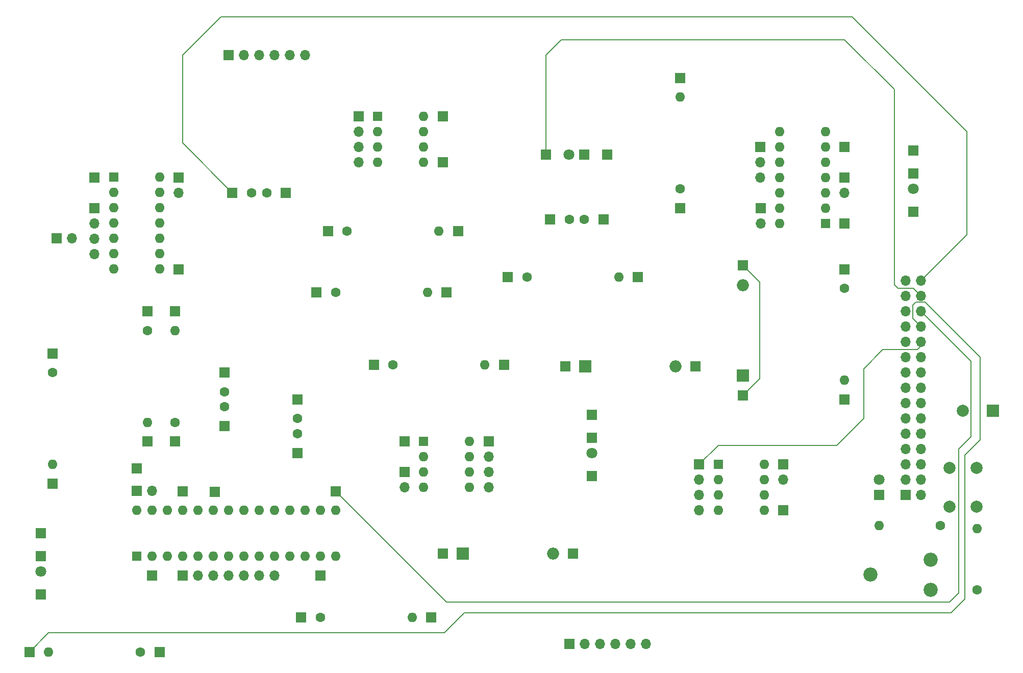
<source format=gbr>
%TF.GenerationSoftware,KiCad,Pcbnew,(6.0.5)*%
%TF.CreationDate,2022-06-11T19:23:14+02:00*%
%TF.ProjectId,advanced,61647661-6e63-4656-942e-6b696361645f,rev?*%
%TF.SameCoordinates,Original*%
%TF.FileFunction,Copper,L2,Bot*%
%TF.FilePolarity,Positive*%
%FSLAX46Y46*%
G04 Gerber Fmt 4.6, Leading zero omitted, Abs format (unit mm)*
G04 Created by KiCad (PCBNEW (6.0.5)) date 2022-06-11 19:23:14*
%MOMM*%
%LPD*%
G01*
G04 APERTURE LIST*
%TA.AperFunction,ComponentPad*%
%ADD10R,1.700000X1.700000*%
%TD*%
%TA.AperFunction,ComponentPad*%
%ADD11O,1.700000X1.700000*%
%TD*%
%TA.AperFunction,ComponentPad*%
%ADD12C,1.600000*%
%TD*%
%TA.AperFunction,ComponentPad*%
%ADD13O,1.600000X1.600000*%
%TD*%
%TA.AperFunction,ComponentPad*%
%ADD14R,1.600000X1.600000*%
%TD*%
%TA.AperFunction,ComponentPad*%
%ADD15C,2.000000*%
%TD*%
%TA.AperFunction,ComponentPad*%
%ADD16R,2.000000X2.000000*%
%TD*%
%TA.AperFunction,ComponentPad*%
%ADD17O,2.000000X2.000000*%
%TD*%
%TA.AperFunction,ComponentPad*%
%ADD18R,1.800000X1.800000*%
%TD*%
%TA.AperFunction,ComponentPad*%
%ADD19C,1.800000*%
%TD*%
%TA.AperFunction,ComponentPad*%
%ADD20C,2.340000*%
%TD*%
%TA.AperFunction,Conductor*%
%ADD21C,0.200000*%
%TD*%
G04 APERTURE END LIST*
D10*
%TO.P, ,1*%
%TO.N,N/C*%
X247015000Y-82550000D03*
%TD*%
%TO.P, ,1*%
%TO.N,N/C*%
X208280000Y-81915000D03*
%TD*%
%TO.P, ,1*%
%TO.N,N/C*%
X162560000Y-120650000D03*
%TD*%
%TO.P,REF\u002A\u002A,1*%
%TO.N,N/C*%
X189890000Y-154280000D03*
D11*
%TO.P,REF\u002A\u002A,2*%
X192430000Y-154280000D03*
%TO.P,REF\u002A\u002A,3*%
X194970000Y-154280000D03*
%TO.P,REF\u002A\u002A,4*%
X197510000Y-154280000D03*
%TO.P,REF\u002A\u002A,5*%
X200050000Y-154280000D03*
%TO.P,REF\u002A\u002A,6*%
X202590000Y-154280000D03*
%TD*%
D10*
%TO.P, ,1*%
%TO.N,N/C*%
X247015000Y-72390000D03*
%TD*%
%TO.P, ,1*%
%TO.N,N/C*%
X179070000Y-107950000D03*
%TD*%
D12*
%TO.P,R1,1*%
%TO.N,Net-(R1-Pad1)*%
X119888000Y-102235000D03*
D13*
%TO.P,R1,2*%
%TO.N,Net-(R1-Pad2)*%
X119888000Y-117475000D03*
%TD*%
D10*
%TO.P, ,1*%
%TO.N,N/C*%
X167005000Y-149860000D03*
%TD*%
%TO.P, ,1*%
%TO.N,N/C*%
X235585000Y-84455000D03*
%TD*%
%TO.P,REF\u002A\u002A,1*%
%TO.N,N/C*%
X133350000Y-56515000D03*
D11*
%TO.P,REF\u002A\u002A,2*%
X135890000Y-56515000D03*
%TO.P,REF\u002A\u002A,3*%
X138430000Y-56515000D03*
%TO.P,REF\u002A\u002A,4*%
X140970000Y-56515000D03*
%TO.P,REF\u002A\u002A,5*%
X143510000Y-56515000D03*
%TO.P,REF\u002A\u002A,6*%
X146050000Y-56515000D03*
%TD*%
D10*
%TO.P, ,1*%
%TO.N,N/C*%
X186670000Y-83820000D03*
%TD*%
%TO.P,REF\u002A\u002A,1*%
%TO.N,N/C*%
X125730000Y-142875000D03*
D11*
%TO.P,REF\u002A\u002A,2*%
X128270000Y-142875000D03*
%TO.P,REF\u002A\u002A,3*%
X130810000Y-142875000D03*
%TO.P,REF\u002A\u002A,4*%
X133350000Y-142875000D03*
%TO.P,REF\u002A\u002A,5*%
X135890000Y-142875000D03*
%TO.P,REF\u002A\u002A,6*%
X138430000Y-142875000D03*
%TO.P,REF\u002A\u002A,7*%
X140970000Y-142875000D03*
%TD*%
D14*
%TO.P,U3,1,~{RESET}/PB5*%
%TO.N,Net-(R9-Pad1)*%
X158125000Y-66685000D03*
D13*
%TO.P,U3,2,PB3*%
%TO.N,Net-(D2-Pad2)*%
X158125000Y-69225000D03*
%TO.P,U3,3,PB4*%
%TO.N,Net-(C2-Pad1)*%
X158125000Y-71765000D03*
%TO.P,U3,4,GND*%
%TO.N,Earth*%
X158125000Y-74305000D03*
%TO.P,U3,5,PB0*%
%TO.N,Net-(C4-Pad2)*%
X165745000Y-74305000D03*
%TO.P,U3,6,PB1*%
%TO.N,unconnected-(U3-Pad6)*%
X165745000Y-71765000D03*
%TO.P,U3,7,PB2*%
%TO.N,unconnected-(U3-Pad7)*%
X165745000Y-69225000D03*
%TO.P,U3,8,VCC*%
%TO.N,+5V*%
X165745000Y-66685000D03*
%TD*%
D12*
%TO.P,R9,1*%
%TO.N,Net-(R9-Pad1)*%
X160655000Y-107950000D03*
D13*
%TO.P,R9,2*%
%TO.N,Net-(C6-Pad1)*%
X175895000Y-107950000D03*
%TD*%
D10*
%TO.P,REF\u002A\u002A,1*%
%TO.N,N/C*%
X221615000Y-71755000D03*
D11*
%TO.P,REF\u002A\u002A,2*%
X221615000Y-74295000D03*
%TO.P,REF\u002A\u002A,3*%
X221615000Y-76835000D03*
%TD*%
D10*
%TO.P, ,1*%
%TO.N,N/C*%
X168910000Y-66675000D03*
%TD*%
%TO.P, ,1*%
%TO.N,N/C*%
X235585000Y-113665000D03*
%TD*%
%TO.P, ,1*%
%TO.N,N/C*%
X124460000Y-120650000D03*
%TD*%
%TO.P, ,1*%
%TO.N,N/C*%
X193675001Y-116204999D03*
%TD*%
%TO.P,REF\u002A\u002A,1*%
%TO.N,N/C*%
X162560000Y-125730000D03*
D11*
%TO.P,REF\u002A\u002A,2*%
X162560000Y-128270000D03*
%TD*%
D15*
%TO.P,RESET,1*%
%TO.N,N/C*%
X257520000Y-125020000D03*
X257520000Y-131520000D03*
%TO.P,RESET,2*%
X253020000Y-125020000D03*
X253020000Y-131520000D03*
%TD*%
D16*
%TO.P,C6,1*%
%TO.N,Net-(C6-Pad1)*%
X192525000Y-108192500D03*
D17*
%TO.P,C6,2*%
%TO.N,Net-(C6-Pad2)*%
X207525000Y-108192500D03*
%TD*%
D10*
%TO.P, ,1*%
%TO.N,N/C*%
X225425000Y-132080000D03*
%TD*%
D18*
%TO.P,LED,1*%
%TO.N,N/C*%
X241300000Y-129540000D03*
D19*
%TO.P,LED,2*%
X241300000Y-127000000D03*
%TD*%
D10*
%TO.P,REF\u002A\u002A,1*%
%TO.N,N/C*%
X211455000Y-124460000D03*
D11*
%TO.P,REF\u002A\u002A,2*%
X211455000Y-127000000D03*
%TO.P,REF\u002A\u002A,3*%
X211455000Y-129540000D03*
%TO.P,REF\u002A\u002A,4*%
X211455000Y-132080000D03*
%TD*%
D10*
%TO.P, ,1*%
%TO.N,N/C*%
X193675001Y-126364999D03*
%TD*%
%TO.P, ,1*%
%TO.N,N/C*%
X148590000Y-142875000D03*
%TD*%
D14*
%TO.P,U5,1,VCC*%
%TO.N,+5V*%
X232400000Y-84460000D03*
D13*
%TO.P,U5,2,XTAL1/PB0*%
%TO.N,unconnected-(U5-Pad2)*%
X232400000Y-81920000D03*
%TO.P,U5,3,XTAL2/PB1*%
%TO.N,Net-(R11-Pad1)*%
X232400000Y-79380000D03*
%TO.P,U5,4,~{RESET}/PB3*%
%TO.N,Net-(C8-Pad2)*%
X232400000Y-76840000D03*
%TO.P,U5,5,PB2*%
%TO.N,unconnected-(U5-Pad5)*%
X232400000Y-74300000D03*
%TO.P,U5,6,PA7*%
%TO.N,Net-(D4-Pad1)*%
X232400000Y-71760000D03*
%TO.P,U5,7,PA6*%
%TO.N,unconnected-(U5-Pad7)*%
X232400000Y-69220000D03*
%TO.P,U5,8,PA5*%
%TO.N,unconnected-(U5-Pad8)*%
X224780000Y-69220000D03*
%TO.P,U5,9,PA4*%
%TO.N,Net-(R10-Pad2)*%
X224780000Y-71760000D03*
%TO.P,U5,10,PA3*%
%TO.N,Net-(R10-Pad1)*%
X224780000Y-74300000D03*
%TO.P,U5,11,PA2*%
%TO.N,Net-(C4-Pad1)*%
X224780000Y-76840000D03*
%TO.P,U5,12,PA1*%
%TO.N,unconnected-(U5-Pad12)*%
X224780000Y-79380000D03*
%TO.P,U5,13,AREF/PA0*%
%TO.N,Net-(D2-Pad1)*%
X224780000Y-81920000D03*
%TO.P,U5,14,GND*%
%TO.N,Earth*%
X224780000Y-84460000D03*
%TD*%
D12*
%TO.P,R3,1*%
%TO.N,Net-(R3-Pad1)*%
X118745000Y-155575000D03*
D13*
%TO.P,R3,2*%
%TO.N,Net-(D1-Pad2)*%
X103505000Y-155575000D03*
%TD*%
D10*
%TO.P, ,1*%
%TO.N,N/C*%
X125095000Y-92075000D03*
%TD*%
D16*
%TO.P,C8,1*%
%TO.N,Net-(C8-Pad1)*%
X218682500Y-109735000D03*
D17*
%TO.P,C8,2*%
%TO.N,Net-(C8-Pad2)*%
X218682500Y-94735000D03*
%TD*%
D10*
%TO.P, ,1*%
%TO.N,N/C*%
X151130000Y-128905000D03*
%TD*%
D12*
%TO.P,R7,1*%
%TO.N,Net-(R5-Pad2)*%
X182880000Y-93345000D03*
D13*
%TO.P,R7,2*%
%TO.N,Net-(R7-Pad2)*%
X198120000Y-93345000D03*
%TD*%
D10*
%TO.P,REF\u002A\u002A,1*%
%TO.N,N/C*%
X154940000Y-66675000D03*
D11*
%TO.P,REF\u002A\u002A,2*%
X154940000Y-69215000D03*
%TO.P,REF\u002A\u002A,3*%
X154940000Y-71755000D03*
%TO.P,REF\u002A\u002A,4*%
X154940000Y-74295000D03*
%TD*%
D10*
%TO.P, ,1*%
%TO.N,N/C*%
X218682500Y-113030000D03*
%TD*%
D14*
%TO.P,U2,1,~{RESET}*%
%TO.N,unconnected-(U2-Pad1)*%
X118120000Y-139690000D03*
D13*
%TO.P,U2,2,PD0*%
%TO.N,Net-(C2-Pad2)*%
X120660000Y-139690000D03*
%TO.P,U2,3,PD1*%
%TO.N,unconnected-(U2-Pad3)*%
X123200000Y-139690000D03*
%TO.P,U2,4,PD2*%
%TO.N,Net-(R6-Pad2)*%
X125740000Y-139690000D03*
%TO.P,U2,5,PD3*%
%TO.N,Net-(C3-Pad2)*%
X128280000Y-139690000D03*
%TO.P,U2,6,PD4*%
%TO.N,Net-(D4-Pad2)*%
X130820000Y-139690000D03*
%TO.P,U2,7,VCC*%
%TO.N,+5V*%
X133360000Y-139690000D03*
%TO.P,U2,8,GND*%
%TO.N,Earth*%
X135900000Y-139690000D03*
%TO.P,U2,9,XTAL1*%
%TO.N,Net-(D1-Pad1)*%
X138440000Y-139690000D03*
%TO.P,U2,10,XTAL2*%
%TO.N,Net-(R3-Pad1)*%
X140980000Y-139690000D03*
%TO.P,U2,11,PD5*%
%TO.N,unconnected-(U2-Pad11)*%
X143520000Y-139690000D03*
%TO.P,U2,12,PD6*%
%TO.N,unconnected-(U2-Pad12)*%
X146060000Y-139690000D03*
%TO.P,U2,13,PD7*%
%TO.N,Net-(R8-Pad1)*%
X148600000Y-139690000D03*
%TO.P,U2,14,PB0*%
%TO.N,unconnected-(U2-Pad14)*%
X151140000Y-139690000D03*
%TO.P,U2,15,PB1*%
%TO.N,Net-(R4-Pad2)*%
X151140000Y-132070000D03*
%TO.P,U2,16,PB2*%
%TO.N,unconnected-(U2-Pad16)*%
X148600000Y-132070000D03*
%TO.P,U2,17,PB3*%
%TO.N,unconnected-(U2-Pad17)*%
X146060000Y-132070000D03*
%TO.P,U2,18,PB4*%
%TO.N,unconnected-(U2-Pad18)*%
X143520000Y-132070000D03*
%TO.P,U2,19,PB5*%
%TO.N,unconnected-(U2-Pad19)*%
X140980000Y-132070000D03*
%TO.P,U2,20,VCC*%
%TO.N,+5V*%
X138440000Y-132070000D03*
%TO.P,U2,21,NC*%
%TO.N,unconnected-(U2-Pad21)*%
X135900000Y-132070000D03*
%TO.P,U2,22,GND*%
%TO.N,Earth*%
X133360000Y-132070000D03*
%TO.P,U2,23,PB6*%
%TO.N,Net-(C1-Pad2)*%
X130820000Y-132070000D03*
%TO.P,U2,24,PB7*%
%TO.N,unconnected-(U2-Pad24)*%
X128280000Y-132070000D03*
%TO.P,U2,25,PA2*%
%TO.N,Net-(R2-Pad1)*%
X125740000Y-132070000D03*
%TO.P,U2,26,PA3*%
%TO.N,unconnected-(U2-Pad26)*%
X123200000Y-132070000D03*
%TO.P,U2,27,PA1*%
%TO.N,Net-(R1-Pad2)*%
X120660000Y-132070000D03*
%TO.P,U2,28,PA0*%
%TO.N,Net-(D1-Pad1)*%
X118120000Y-132070000D03*
%TD*%
D10*
%TO.P, ,1*%
%TO.N,N/C*%
X119888000Y-99060000D03*
%TD*%
D18*
%TO.P,D3,1,K*%
%TO.N,Net-(D3-Pad1)*%
X193675001Y-120014999D03*
D19*
%TO.P,D3,2,A*%
%TO.N,Net-(D3-Pad2)*%
X193675001Y-122554999D03*
%TD*%
D10*
%TO.P, ,1*%
%TO.N,N/C*%
X149860000Y-85725000D03*
%TD*%
%TO.P, ,1*%
%TO.N,N/C*%
X157480000Y-107950000D03*
%TD*%
%TO.P, ,1*%
%TO.N,N/C*%
X201295000Y-93345000D03*
%TD*%
%TO.P,REF\u002A\u002A,1*%
%TO.N,N/C*%
X221640000Y-81935000D03*
D11*
%TO.P,REF\u002A\u002A,2*%
X221640000Y-84475000D03*
%TD*%
D10*
%TO.P, ,1*%
%TO.N,N/C*%
X210820000Y-108192500D03*
%TD*%
%TO.P, ,1*%
%TO.N,N/C*%
X125730000Y-128905000D03*
%TD*%
%TO.P,REF\u002A\u002A,1*%
%TO.N,N/C*%
X111125000Y-81915000D03*
D11*
%TO.P,REF\u002A\u002A,2*%
X111125000Y-84455000D03*
%TO.P,REF\u002A\u002A,3*%
X111125000Y-86995000D03*
%TO.P,REF\u002A\u002A,4*%
X111125000Y-89535000D03*
%TD*%
D10*
%TO.P, ,1*%
%TO.N,N/C*%
X132715000Y-109220000D03*
%TD*%
%TO.P, ,1*%
%TO.N,N/C*%
X133985000Y-79375000D03*
%TD*%
%TO.P, ,1*%
%TO.N,N/C*%
X168910000Y-74295000D03*
%TD*%
D12*
%TO.P,R4,1*%
%TO.N,Net-(C1-Pad1)*%
X151130000Y-95885000D03*
D13*
%TO.P,R4,2*%
%TO.N,Net-(R4-Pad2)*%
X166370000Y-95885000D03*
%TD*%
D10*
%TO.P, ,1*%
%TO.N,N/C*%
X124460000Y-99060000D03*
%TD*%
%TO.P,REF\u002A\u002A,1*%
%TO.N,N/C*%
X176530000Y-120650000D03*
D11*
%TO.P,REF\u002A\u002A,2*%
X176530000Y-123190000D03*
%TO.P,REF\u002A\u002A,3*%
X176530000Y-125730000D03*
%TO.P,REF\u002A\u002A,4*%
X176530000Y-128270000D03*
%TD*%
D12*
%TO.P,C1,1*%
%TO.N,Net-(C1-Pad1)*%
X132715000Y-112395000D03*
%TO.P,C1,2*%
%TO.N,Net-(C1-Pad2)*%
X132715000Y-114895000D03*
%TD*%
D10*
%TO.P, ,1*%
%TO.N,N/C*%
X119888000Y-120650000D03*
%TD*%
D12*
%TO.P,C2,1*%
%TO.N,Net-(C2-Pad1)*%
X144780000Y-116840000D03*
%TO.P,C2,2*%
%TO.N,Net-(C2-Pad2)*%
X144780000Y-119340000D03*
%TD*%
%TO.P,C4,1*%
%TO.N,Net-(C4-Pad1)*%
X192385000Y-83820000D03*
%TO.P,C4,2*%
%TO.N,Net-(C4-Pad2)*%
X189885000Y-83820000D03*
%TD*%
D10*
%TO.P, ,1*%
%TO.N,N/C*%
X235585000Y-71755000D03*
%TD*%
%TO.P, ,1*%
%TO.N,N/C*%
X186055001Y-73024999D03*
%TD*%
%TO.P, ,1*%
%TO.N,N/C*%
X190500000Y-139307500D03*
%TD*%
%TO.P, ,1*%
%TO.N,N/C*%
X218682500Y-91440000D03*
%TD*%
%TO.P, ,1*%
%TO.N,N/C*%
X169545000Y-95885000D03*
%TD*%
%TO.P, ,1*%
%TO.N,N/C*%
X145415000Y-149860000D03*
%TD*%
%TO.P, ,1*%
%TO.N,N/C*%
X208280000Y-60325000D03*
%TD*%
D12*
%TO.P,R (LED),1*%
%TO.N,N/C*%
X251460000Y-134620000D03*
D13*
%TO.P,R (LED),2*%
X241300000Y-134620000D03*
%TD*%
D10*
%TO.P, ,1*%
%TO.N,N/C*%
X147955000Y-95885000D03*
%TD*%
%TO.P, ,1*%
%TO.N,N/C*%
X144780000Y-113665000D03*
%TD*%
%TO.P, ,1*%
%TO.N,N/C*%
X171450000Y-85725000D03*
%TD*%
D18*
%TO.P,D4,1,K*%
%TO.N,Net-(D4-Pad1)*%
X247015000Y-76200000D03*
D19*
%TO.P,D4,2,A*%
%TO.N,Net-(D4-Pad2)*%
X247015000Y-78740000D03*
%TD*%
D20*
%TO.P,REF\u002A\u002A,1*%
%TO.N,N/C*%
X249856000Y-140273000D03*
%TO.P,REF\u002A\u002A,2*%
X239856000Y-142773000D03*
%TO.P,REF\u002A\u002A,3*%
X249856000Y-145273000D03*
%TD*%
D10*
%TO.P, ,1*%
%TO.N,N/C*%
X168910000Y-139307500D03*
%TD*%
%TO.P, ,1*%
%TO.N,N/C*%
X179705000Y-93345000D03*
%TD*%
D18*
%TO.P,D2,1,K*%
%TO.N,Net-(D2-Pad1)*%
X192405001Y-73024999D03*
D19*
%TO.P,D2,2,A*%
%TO.N,Net-(D2-Pad2)*%
X189865001Y-73024999D03*
%TD*%
D12*
%TO.P,R11,1*%
%TO.N,Net-(R11-Pad1)*%
X235585000Y-95250000D03*
D13*
%TO.P,R11,2*%
%TO.N,Net-(R11-Pad2)*%
X235585000Y-110490000D03*
%TD*%
D10*
%TO.P, ,1*%
%TO.N,N/C*%
X120650000Y-142875000D03*
%TD*%
%TO.P,REF\u002A\u002A,1*%
%TO.N,N/C*%
X118130000Y-128880000D03*
D11*
%TO.P,REF\u002A\u002A,2*%
X120670000Y-128880000D03*
%TD*%
D10*
%TO.P, ,1*%
%TO.N,N/C*%
X121920000Y-155575000D03*
%TD*%
D14*
%TO.P,U6,1,~{RESET}/PB5*%
%TO.N,Net-(C6-Pad2)*%
X214640000Y-124470000D03*
D13*
%TO.P,U6,2,XTAL1/PB3*%
%TO.N,Net-(C8-Pad1)*%
X214640000Y-127010000D03*
%TO.P,U6,3,XTAL2/PB4*%
%TO.N,Net-(U4-Pad1)*%
X214640000Y-129550000D03*
%TO.P,U6,4,GND*%
%TO.N,Earth*%
X214640000Y-132090000D03*
%TO.P,U6,5,AREF/PB0*%
%TO.N,Net-(R11-Pad2)*%
X222260000Y-132090000D03*
%TO.P,U6,6,PB1*%
%TO.N,unconnected-(U6-Pad6)*%
X222260000Y-129550000D03*
%TO.P,U6,7,PB2*%
%TO.N,Net-(C5-Pad2)*%
X222260000Y-127010000D03*
%TO.P,U6,8,VCC*%
%TO.N,+5V*%
X222260000Y-124470000D03*
%TD*%
D10*
%TO.P, ,1*%
%TO.N,N/C*%
X100330000Y-155575000D03*
%TD*%
D12*
%TO.P,C3,1*%
%TO.N,Net-(C3-Pad1)*%
X137180000Y-79375000D03*
%TO.P,C3,2*%
%TO.N,Net-(C3-Pad2)*%
X139680000Y-79375000D03*
%TD*%
D16*
%TO.P,C5,1*%
%TO.N,Net-(C5-Pad1)*%
X172205000Y-139307500D03*
D17*
%TO.P,C5,2*%
%TO.N,Net-(C5-Pad2)*%
X187205000Y-139307500D03*
%TD*%
D10*
%TO.P, ,1*%
%TO.N,N/C*%
X144780000Y-122555000D03*
%TD*%
%TO.P,REF\u002A\u002A,1*%
%TO.N,N/C*%
X125095000Y-76835000D03*
D11*
%TO.P,REF\u002A\u002A,2*%
X125095000Y-79375000D03*
%TD*%
D10*
%TO.P, ,1*%
%TO.N,N/C*%
X102235000Y-135885000D03*
%TD*%
%TO.P, ,1*%
%TO.N,N/C*%
X118110000Y-125095000D03*
%TD*%
%TO.P, ,1*%
%TO.N,N/C*%
X235585000Y-92075000D03*
%TD*%
%TO.P,REF\u002A\u002A,1*%
%TO.N,N/C*%
X225425000Y-124460000D03*
D11*
%TO.P,REF\u002A\u002A,2*%
X225425000Y-127000000D03*
%TD*%
D10*
%TO.P, ,1*%
%TO.N,N/C*%
X132715000Y-118110000D03*
%TD*%
%TO.P, ,1*%
%TO.N,N/C*%
X104140000Y-106045000D03*
%TD*%
%TO.P, ,1*%
%TO.N,N/C*%
X189230000Y-108192500D03*
%TD*%
D12*
%TO.P,R2,1*%
%TO.N,Net-(R2-Pad1)*%
X124460000Y-117475000D03*
D13*
%TO.P,R2,2*%
%TO.N,Net-(C1-Pad1)*%
X124460000Y-102235000D03*
%TD*%
D10*
%TO.P,REF\u002A\u002A,1*%
%TO.N,N/C*%
X104795000Y-86970000D03*
D11*
%TO.P,REF\u002A\u002A,2*%
X107335000Y-86970000D03*
%TD*%
D10*
%TO.P, ,1*%
%TO.N,N/C*%
X142875000Y-79375000D03*
%TD*%
D12*
%TO.P,R6,1*%
%TO.N,Net-(R6-Pad1)*%
X104140000Y-109220000D03*
D13*
%TO.P,R6,2*%
%TO.N,Net-(R6-Pad2)*%
X104140000Y-124460000D03*
%TD*%
D16*
%TO.P,PIEZO,1*%
%TO.N,N/C*%
X260180785Y-115570000D03*
D15*
%TO.P,PIEZO,2*%
X255180785Y-115570000D03*
%TD*%
D10*
%TO.P, ,1*%
%TO.N,N/C*%
X131064000Y-129032000D03*
%TD*%
D12*
%TO.P,R5,1*%
%TO.N,Net-(R5-Pad1)*%
X153035000Y-85725000D03*
D13*
%TO.P,R5,2*%
%TO.N,Net-(R5-Pad2)*%
X168275000Y-85725000D03*
%TD*%
D14*
%TO.P,U4,1,~{RESET}/PB5*%
%TO.N,Net-(U4-Pad1)*%
X165745000Y-120660000D03*
D13*
%TO.P,U4,2,XTAL1/PB3*%
%TO.N,unconnected-(U4-Pad2)*%
X165745000Y-123200000D03*
%TO.P,U4,3,XTAL2/PB4*%
%TO.N,Net-(C5-Pad1)*%
X165745000Y-125740000D03*
%TO.P,U4,4,GND*%
%TO.N,Earth*%
X165745000Y-128280000D03*
%TO.P,U4,5,AREF/PB0*%
%TO.N,Net-(R7-Pad2)*%
X173365000Y-128280000D03*
%TO.P,U4,6,PB1*%
%TO.N,Net-(D3-Pad2)*%
X173365000Y-125740000D03*
%TO.P,U4,7,PB2*%
%TO.N,Net-(R8-Pad2)*%
X173365000Y-123200000D03*
%TO.P,U4,8,VCC*%
%TO.N,+5V*%
X173365000Y-120660000D03*
%TD*%
D10*
%TO.P, ,1*%
%TO.N,N/C*%
X196215001Y-73024999D03*
%TD*%
D12*
%TO.P,R (PIEZO),1*%
%TO.N,N/C*%
X257556000Y-145288000D03*
D13*
%TO.P,R (PIEZO),2*%
X257556000Y-135128000D03*
%TD*%
D18*
%TO.P,D1,1,K*%
%TO.N,Net-(D1-Pad1)*%
X102235000Y-139695000D03*
D19*
%TO.P,D1,2,A*%
%TO.N,Net-(D1-Pad2)*%
X102235000Y-142235000D03*
%TD*%
D12*
%TO.P,R10,1*%
%TO.N,Net-(R10-Pad1)*%
X208280000Y-78740000D03*
D13*
%TO.P,R10,2*%
%TO.N,Net-(R10-Pad2)*%
X208280000Y-63500000D03*
%TD*%
D10*
%TO.P, ,1*%
%TO.N,N/C*%
X102235000Y-146045000D03*
%TD*%
%TO.P,REF\u002A\u002A,1*%
%TO.N,N/C*%
X235585000Y-76855000D03*
D11*
%TO.P,REF\u002A\u002A,2*%
X235585000Y-79395000D03*
%TD*%
D10*
%TO.P, ,1*%
%TO.N,N/C*%
X195560000Y-83820000D03*
%TD*%
D12*
%TO.P,R8,1*%
%TO.N,Net-(R8-Pad1)*%
X148590000Y-149860000D03*
D13*
%TO.P,R8,2*%
%TO.N,Net-(R8-Pad2)*%
X163830000Y-149860000D03*
%TD*%
D10*
%TO.P, ,1*%
%TO.N,N/C*%
X104140000Y-127635000D03*
%TD*%
D14*
%TO.P,U1,1,VCC*%
%TO.N,+5V*%
X114310000Y-76830000D03*
D13*
%TO.P,U1,2,XTAL1/PB0*%
%TO.N,unconnected-(U1-Pad2)*%
X114310000Y-79370000D03*
%TO.P,U1,3,XTAL2/PB1*%
%TO.N,Net-(R6-Pad1)*%
X114310000Y-81910000D03*
%TO.P,U1,4,~{RESET}/PB3*%
%TO.N,Net-(R1-Pad1)*%
X114310000Y-84450000D03*
%TO.P,U1,5,PB2*%
%TO.N,Net-(C1-Pad1)*%
X114310000Y-86990000D03*
%TO.P,U1,6,PA7*%
%TO.N,Net-(R5-Pad1)*%
X114310000Y-89530000D03*
%TO.P,U1,7,PA6*%
%TO.N,unconnected-(U1-Pad7)*%
X114310000Y-92070000D03*
%TO.P,U1,8,PA5*%
%TO.N,Net-(D3-Pad1)*%
X121930000Y-92070000D03*
%TO.P,U1,9,PA4*%
%TO.N,unconnected-(U1-Pad9)*%
X121930000Y-89530000D03*
%TO.P,U1,10,PA3*%
%TO.N,unconnected-(U1-Pad10)*%
X121930000Y-86990000D03*
%TO.P,U1,11,PA2*%
%TO.N,unconnected-(U1-Pad11)*%
X121930000Y-84450000D03*
%TO.P,U1,12,PA1*%
%TO.N,unconnected-(U1-Pad12)*%
X121930000Y-81910000D03*
%TO.P,U1,13,AREF/PA0*%
%TO.N,Net-(C3-Pad1)*%
X121930000Y-79370000D03*
%TO.P,U1,14,GND*%
%TO.N,Earth*%
X121930000Y-76830000D03*
%TD*%
D10*
%TO.P, ,1*%
%TO.N,N/C*%
X111125000Y-76835000D03*
%TD*%
%TO.P,REF\u002A\u002A,1*%
%TO.N,N/C*%
X245740000Y-129535000D03*
D11*
%TO.P,REF\u002A\u002A,2*%
X248280000Y-129535000D03*
%TO.P,REF\u002A\u002A,3*%
X245740000Y-126995000D03*
%TO.P,REF\u002A\u002A,4*%
X248280000Y-126995000D03*
%TO.P,REF\u002A\u002A,5*%
X245740000Y-124455000D03*
%TO.P,REF\u002A\u002A,6*%
X248280000Y-124455000D03*
%TO.P,REF\u002A\u002A,7*%
X245740000Y-121915000D03*
%TO.P,REF\u002A\u002A,8*%
X248280000Y-121915000D03*
%TO.P,REF\u002A\u002A,9*%
X245740000Y-119375000D03*
%TO.P,REF\u002A\u002A,10*%
X248280000Y-119375000D03*
%TO.P,REF\u002A\u002A,11*%
X245740000Y-116835000D03*
%TO.P,REF\u002A\u002A,12*%
X248280000Y-116835000D03*
%TO.P,REF\u002A\u002A,13*%
X245740000Y-114295000D03*
%TO.P,REF\u002A\u002A,14*%
X248280000Y-114295000D03*
%TO.P,REF\u002A\u002A,15*%
X245740000Y-111755000D03*
%TO.P,REF\u002A\u002A,16*%
X248280000Y-111755000D03*
%TO.P,REF\u002A\u002A,17*%
X245740000Y-109215000D03*
%TO.P,REF\u002A\u002A,18*%
X248280000Y-109215000D03*
%TO.P,REF\u002A\u002A,19*%
X245740000Y-106675000D03*
%TO.P,REF\u002A\u002A,20*%
X248280000Y-106675000D03*
%TO.P,REF\u002A\u002A,21*%
X245740000Y-104135000D03*
%TO.P,REF\u002A\u002A,22*%
X248280000Y-104135000D03*
%TO.P,REF\u002A\u002A,23*%
X245740000Y-101595000D03*
%TO.P,REF\u002A\u002A,24*%
X248280000Y-101595000D03*
%TO.P,REF\u002A\u002A,25*%
X245740000Y-99055000D03*
%TO.P,REF\u002A\u002A,26*%
X248280000Y-99055000D03*
%TO.P,REF\u002A\u002A,27*%
X245740000Y-96515000D03*
%TO.P,REF\u002A\u002A,28*%
X248280000Y-96515000D03*
%TO.P,REF\u002A\u002A,29*%
X245740000Y-93975000D03*
%TO.P,REF\u002A\u002A,30*%
X248280000Y-93975000D03*
%TD*%
D21*
%TO.N,*%
X238760000Y-108585000D02*
X241935000Y-105410000D01*
X247396000Y-97536000D02*
X248920000Y-97536000D01*
X244475000Y-95250000D02*
X247015000Y-95250000D01*
X133985000Y-79375000D02*
X125730000Y-71120000D01*
X255524000Y-146812000D02*
X253238000Y-149098000D01*
X103505000Y-152400000D02*
X100330000Y-155575000D01*
X243840000Y-62230000D02*
X243840000Y-94615000D01*
X211455000Y-124460000D02*
X214630000Y-121285000D01*
X258064000Y-106680000D02*
X258064000Y-120396000D01*
X151130000Y-128905000D02*
X169545000Y-147320000D01*
X238760000Y-116840000D02*
X238760000Y-108585000D01*
X186055001Y-56514999D02*
X188595000Y-53975000D01*
X188595000Y-53975000D02*
X235585000Y-53975000D01*
X253238000Y-149098000D02*
X172466000Y-149098000D01*
X247650000Y-105410000D02*
X248280000Y-104780000D01*
X243840000Y-94615000D02*
X244475000Y-95250000D01*
X172466000Y-149098000D02*
X169164000Y-152400000D01*
X252984000Y-147320000D02*
X254508000Y-145796000D01*
X169545000Y-147320000D02*
X252984000Y-147320000D01*
X125730000Y-71120000D02*
X125730000Y-56515000D01*
X256540000Y-107315000D02*
X248280000Y-99055000D01*
X221488000Y-110224500D02*
X221488000Y-94245500D01*
X221488000Y-94245500D02*
X218682500Y-91440000D01*
X258064000Y-120396000D02*
X255524000Y-122936000D01*
X125730000Y-56515000D02*
X132080000Y-50165000D01*
X248280000Y-101595000D02*
X246888000Y-100203000D01*
X246888000Y-100203000D02*
X246888000Y-98044000D01*
X247015000Y-95250000D02*
X248280000Y-96515000D01*
X248280000Y-104780000D02*
X248280000Y-104135000D01*
X235585000Y-53975000D02*
X243840000Y-62230000D01*
X218682500Y-113030000D02*
X221488000Y-110224500D01*
X255905000Y-69215000D02*
X255905000Y-86350000D01*
X246888000Y-98044000D02*
X247396000Y-97536000D01*
X186055001Y-73024999D02*
X186055001Y-56514999D01*
X255905000Y-86350000D02*
X248280000Y-93975000D01*
X241935000Y-105410000D02*
X247650000Y-105410000D01*
X254508000Y-145796000D02*
X254508000Y-121920000D01*
X132080000Y-50165000D02*
X236855000Y-50165000D01*
X169164000Y-152400000D02*
X103505000Y-152400000D01*
X214630000Y-121285000D02*
X234315000Y-121285000D01*
X248920000Y-97536000D02*
X258064000Y-106680000D01*
X236855000Y-50165000D02*
X255905000Y-69215000D01*
X234315000Y-121285000D02*
X238760000Y-116840000D01*
X256540000Y-119888000D02*
X256540000Y-107315000D01*
X255524000Y-122936000D02*
X255524000Y-146812000D01*
X254508000Y-121920000D02*
X256540000Y-119888000D01*
%TD*%
M02*

</source>
